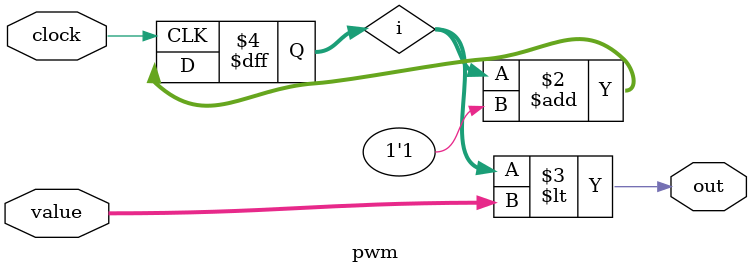
<source format=sv>
module pwm(
	input[11:0] value,
	input clock,

	output out
);

reg[11:0] i;

always @ (negedge clock) begin
	i <= i + 1'b1;
end

assign out = i < value;

endmodule

</source>
